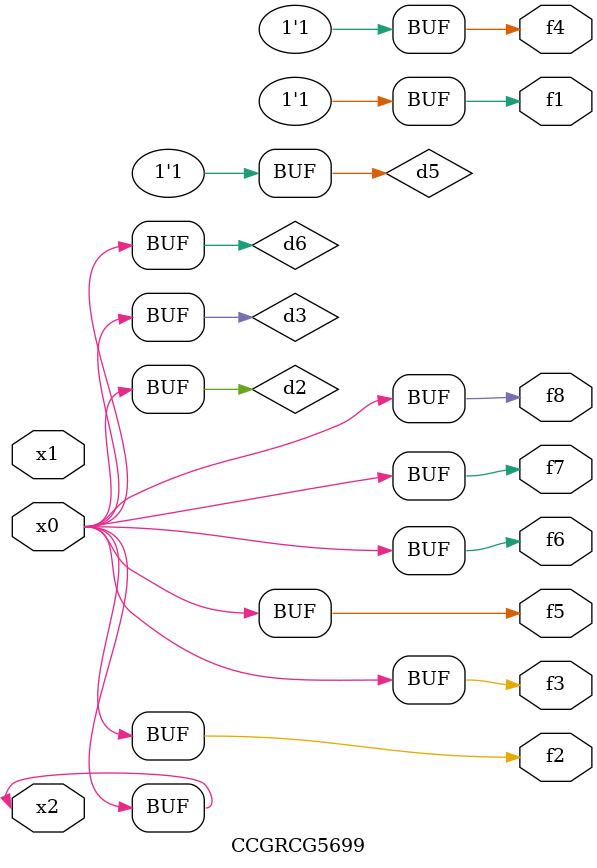
<source format=v>
module CCGRCG5699(
	input x0, x1, x2,
	output f1, f2, f3, f4, f5, f6, f7, f8
);

	wire d1, d2, d3, d4, d5, d6;

	xnor (d1, x2);
	buf (d2, x0, x2);
	and (d3, x0);
	xnor (d4, x1, x2);
	nand (d5, d1, d3);
	buf (d6, d2, d3);
	assign f1 = d5;
	assign f2 = d6;
	assign f3 = d6;
	assign f4 = d5;
	assign f5 = d6;
	assign f6 = d6;
	assign f7 = d6;
	assign f8 = d6;
endmodule

</source>
